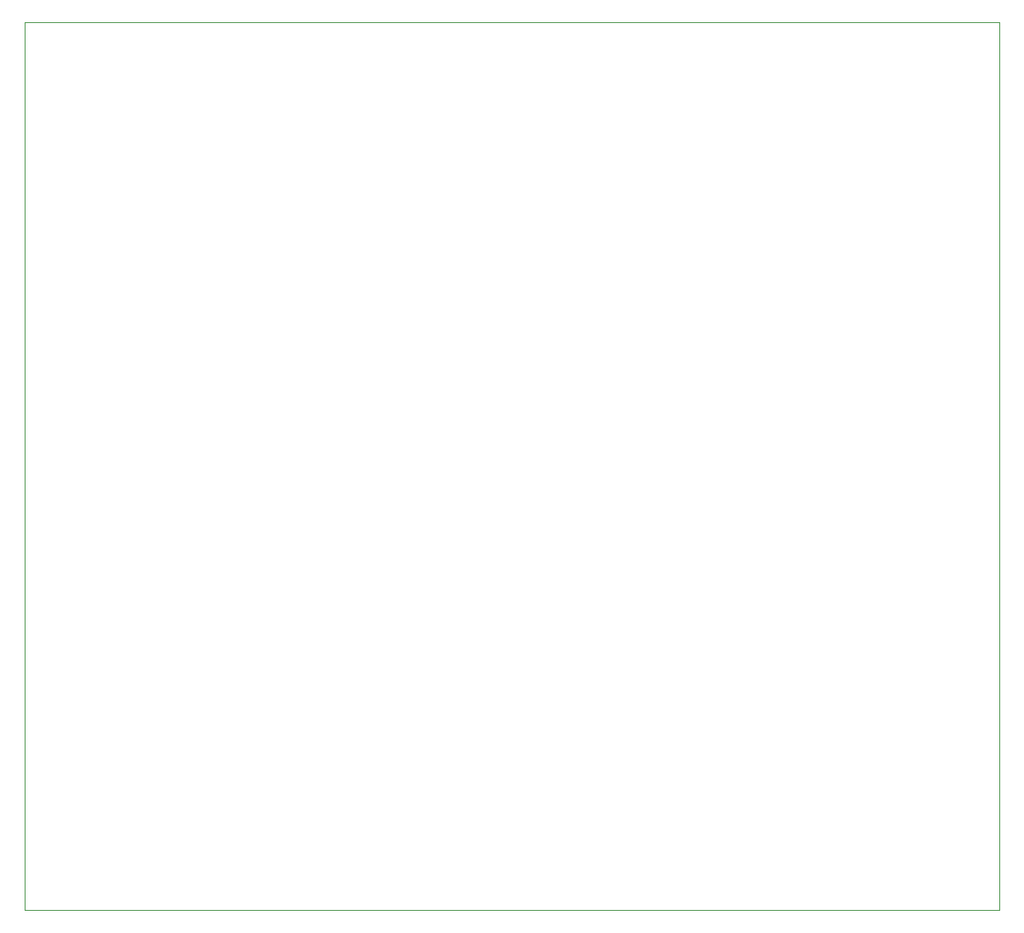
<source format=gbr>
%TF.GenerationSoftware,KiCad,Pcbnew,7.0.9-7.0.9~ubuntu22.04.1*%
%TF.CreationDate,2023-12-12T13:16:02-05:00*%
%TF.ProjectId,monitor_board,6d6f6e69-746f-4725-9f62-6f6172642e6b,rev?*%
%TF.SameCoordinates,Original*%
%TF.FileFunction,Profile,NP*%
%FSLAX46Y46*%
G04 Gerber Fmt 4.6, Leading zero omitted, Abs format (unit mm)*
G04 Created by KiCad (PCBNEW 7.0.9-7.0.9~ubuntu22.04.1) date 2023-12-12 13:16:02*
%MOMM*%
%LPD*%
G01*
G04 APERTURE LIST*
%TA.AperFunction,Profile*%
%ADD10C,0.100000*%
%TD*%
G04 APERTURE END LIST*
D10*
X34290000Y-27940000D02*
X134620000Y-27940000D01*
X134620000Y-119380000D01*
X34290000Y-119380000D01*
X34290000Y-27940000D01*
M02*

</source>
